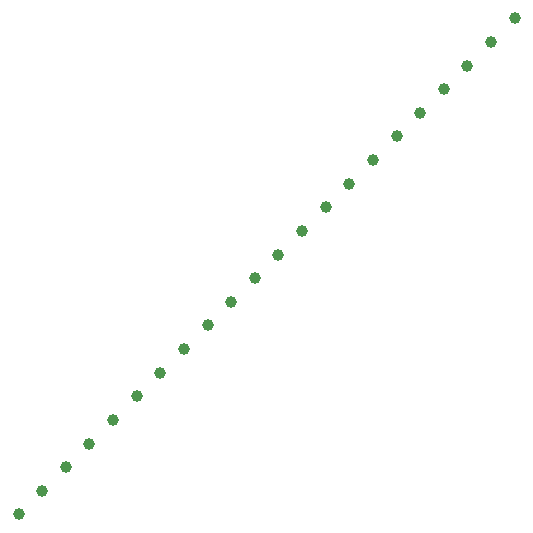
<source format=gbr>
G04 Examples for testing time performance of Gerber parsers*
%FSLAX26Y26*%
%MOMM*%
%ADD10C,1*%
%LPD*%
D10*
X0Y0D03*
X2000000Y2000000D03*
X4000000Y4000000D03*
X6000000Y6000000D03*
X8000000Y8000000D03*
X10000000Y10000000D03*
X12000000Y12000000D03*
X14000000Y14000000D03*
X16000000Y16000000D03*
X18000000Y18000000D03*
X20000000Y20000000D03*
X22000000Y22000000D03*
X24000000Y24000000D03*
X26000000Y26000000D03*
X28000000Y28000000D03*
X30000000Y30000000D03*
X32000000Y32000000D03*
X34000000Y34000000D03*
X36000000Y36000000D03*
X38000000Y38000000D03*
X40000000Y40000000D03*
X42000000Y42000000D03*
M02*

</source>
